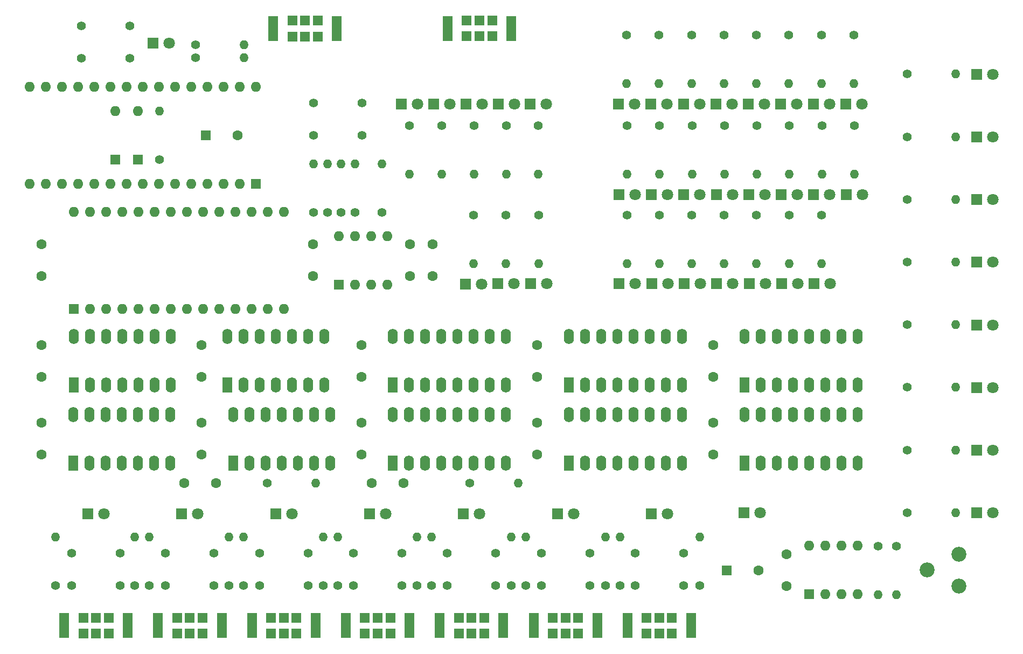
<source format=gbr>
%TF.GenerationSoftware,KiCad,Pcbnew,(5.1.9)-1*%
%TF.CreationDate,2023-03-04T14:05:39+01:00*%
%TF.ProjectId,plc14500,706c6331-3435-4303-902e-6b696361645f,rev?*%
%TF.SameCoordinates,Original*%
%TF.FileFunction,Soldermask,Top*%
%TF.FilePolarity,Negative*%
%FSLAX46Y46*%
G04 Gerber Fmt 4.6, Leading zero omitted, Abs format (unit mm)*
G04 Created by KiCad (PCBNEW (5.1.9)-1) date 2023-03-04 14:05:39*
%MOMM*%
%LPD*%
G01*
G04 APERTURE LIST*
%ADD10C,2.340000*%
%ADD11R,1.524000X4.000000*%
%ADD12R,1.524000X1.524000*%
%ADD13C,1.800000*%
%ADD14R,1.800000X1.800000*%
%ADD15C,1.600000*%
%ADD16R,1.600000X1.600000*%
%ADD17O,1.400000X1.400000*%
%ADD18C,1.400000*%
%ADD19O,1.600000X2.400000*%
%ADD20R,1.600000X2.400000*%
%ADD21O,1.600000X1.600000*%
%ADD22C,1.397000*%
G04 APERTURE END LIST*
D10*
%TO.C,RV1*%
X221800000Y-133660000D03*
X216800000Y-131160000D03*
X221800000Y-128660000D03*
%TD*%
D11*
%TO.C,S5*%
X91150000Y-139890000D03*
X81150000Y-139890000D03*
D12*
X88150000Y-138640000D03*
X86150000Y-138640000D03*
X84150000Y-138640000D03*
X88150000Y-141140000D03*
X86150000Y-141140000D03*
X84150000Y-141140000D03*
%TD*%
D11*
%TO.C,S6*%
X105905000Y-139890000D03*
X95905000Y-139890000D03*
D12*
X102905000Y-138640000D03*
X100905000Y-138640000D03*
X98905000Y-138640000D03*
X102905000Y-141140000D03*
X100905000Y-141140000D03*
X98905000Y-141140000D03*
%TD*%
D11*
%TO.C,S7*%
X120660000Y-139890000D03*
X110660000Y-139890000D03*
D12*
X117660000Y-138640000D03*
X115660000Y-138640000D03*
X113660000Y-138640000D03*
X117660000Y-141140000D03*
X115660000Y-141140000D03*
X113660000Y-141140000D03*
%TD*%
D11*
%TO.C,S8*%
X135415000Y-139890000D03*
X125415000Y-139890000D03*
D12*
X132415000Y-138640000D03*
X130415000Y-138640000D03*
X128415000Y-138640000D03*
X132415000Y-141140000D03*
X130415000Y-141140000D03*
X128415000Y-141140000D03*
%TD*%
D11*
%TO.C,S12*%
X150170000Y-139890000D03*
X140170000Y-139890000D03*
D12*
X147170000Y-138640000D03*
X145170000Y-138640000D03*
X143170000Y-138640000D03*
X147170000Y-141140000D03*
X145170000Y-141140000D03*
X143170000Y-141140000D03*
%TD*%
D11*
%TO.C,S13*%
X164925000Y-139890000D03*
X154925000Y-139890000D03*
D12*
X161925000Y-138640000D03*
X159925000Y-138640000D03*
X157925000Y-138640000D03*
X161925000Y-141140000D03*
X159925000Y-141140000D03*
X157925000Y-141140000D03*
%TD*%
D11*
%TO.C,S14*%
X179680000Y-139890000D03*
X169680000Y-139890000D03*
D12*
X176680000Y-138640000D03*
X174680000Y-138640000D03*
X172680000Y-138640000D03*
X176680000Y-141140000D03*
X174680000Y-141140000D03*
X172680000Y-141140000D03*
%TD*%
D11*
%TO.C,S16*%
X114010000Y-46130000D03*
X124010000Y-46130000D03*
D12*
X117010000Y-47380000D03*
X119010000Y-47380000D03*
X121010000Y-47380000D03*
X117010000Y-44880000D03*
X119010000Y-44880000D03*
X121010000Y-44880000D03*
%TD*%
D11*
%TO.C,S18*%
X141420000Y-46110000D03*
X151420000Y-46110000D03*
D12*
X144420000Y-47360000D03*
X146420000Y-47360000D03*
X148420000Y-47360000D03*
X144420000Y-44860000D03*
X146420000Y-44860000D03*
X148420000Y-44860000D03*
%TD*%
D13*
%TO.C,D49*%
X201560000Y-86214300D03*
D14*
X199020000Y-86214300D03*
%TD*%
D13*
%TO.C,D48*%
X196450000Y-86214300D03*
D14*
X193910000Y-86214300D03*
%TD*%
D13*
%TO.C,D47*%
X191340000Y-86214300D03*
D14*
X188800000Y-86214300D03*
%TD*%
D13*
%TO.C,D46*%
X186230000Y-86214300D03*
D14*
X183690000Y-86214300D03*
%TD*%
D13*
%TO.C,D45*%
X181120000Y-86214300D03*
D14*
X178580000Y-86214300D03*
%TD*%
D13*
%TO.C,D44*%
X176010000Y-86214300D03*
D14*
X173470000Y-86214300D03*
%TD*%
D13*
%TO.C,D43*%
X170900000Y-86214300D03*
D14*
X168360000Y-86214300D03*
%TD*%
D13*
%TO.C,D42*%
X157000000Y-86214300D03*
D14*
X154460000Y-86214300D03*
%TD*%
D13*
%TO.C,D41*%
X151860000Y-86214300D03*
D14*
X149320000Y-86214300D03*
%TD*%
D13*
%TO.C,D39*%
X146780000Y-86234300D03*
D14*
X144240000Y-86234300D03*
%TD*%
D13*
%TO.C,D38*%
X136690000Y-57980000D03*
D14*
X134150000Y-57980000D03*
%TD*%
D13*
%TO.C,D37*%
X206590000Y-72200000D03*
D14*
X204050000Y-72200000D03*
%TD*%
D13*
%TO.C,D36*%
X206520000Y-57980000D03*
D14*
X203980000Y-57980000D03*
%TD*%
D13*
%TO.C,D35*%
X201489000Y-72200000D03*
D14*
X198949000Y-72200000D03*
%TD*%
D13*
%TO.C,D34*%
X201419000Y-57980000D03*
D14*
X198879000Y-57980000D03*
%TD*%
D13*
%TO.C,D33*%
X156950000Y-57980000D03*
D14*
X154410000Y-57980000D03*
%TD*%
D13*
%TO.C,D32*%
X196387000Y-72200000D03*
D14*
X193847000Y-72200000D03*
%TD*%
D13*
%TO.C,D31*%
X196317000Y-57980000D03*
D14*
X193777000Y-57980000D03*
%TD*%
D13*
%TO.C,D30*%
X191286000Y-72200000D03*
D14*
X188746000Y-72200000D03*
%TD*%
D13*
%TO.C,D29*%
X191216000Y-57980000D03*
D14*
X188676000Y-57980000D03*
%TD*%
D13*
%TO.C,D28*%
X151885000Y-57980000D03*
D14*
X149345000Y-57980000D03*
%TD*%
D13*
%TO.C,D27*%
X186184000Y-72200000D03*
D14*
X183644000Y-72200000D03*
%TD*%
D13*
%TO.C,D26*%
X186114000Y-57980000D03*
D14*
X183574000Y-57980000D03*
%TD*%
D13*
%TO.C,D25*%
X181083000Y-72200000D03*
D14*
X178543000Y-72200000D03*
%TD*%
D13*
%TO.C,D24*%
X181013000Y-57980000D03*
D14*
X178473000Y-57980000D03*
%TD*%
D13*
%TO.C,D23*%
X175981000Y-72200000D03*
D14*
X173441000Y-72200000D03*
%TD*%
D13*
%TO.C,D22*%
X175911000Y-57980000D03*
D14*
X173371000Y-57980000D03*
%TD*%
D13*
%TO.C,D21*%
X170880000Y-72200000D03*
D14*
X168340000Y-72200000D03*
%TD*%
D13*
%TO.C,D20*%
X170810000Y-57980000D03*
D14*
X168270000Y-57980000D03*
%TD*%
D13*
%TO.C,D19*%
X146820000Y-57980000D03*
D14*
X144280000Y-57980000D03*
%TD*%
D13*
%TO.C,D18*%
X141755000Y-57980000D03*
D14*
X139215000Y-57980000D03*
%TD*%
D13*
%TO.C,D17*%
X97650000Y-48380000D03*
D14*
X95110000Y-48380000D03*
%TD*%
D13*
%TO.C,D16*%
X227120000Y-53350000D03*
D14*
X224580000Y-53350000D03*
%TD*%
D13*
%TO.C,D15*%
X227120000Y-63178600D03*
D14*
X224580000Y-63178600D03*
%TD*%
D13*
%TO.C,D14*%
X227120000Y-73007100D03*
D14*
X224580000Y-73007100D03*
%TD*%
D13*
%TO.C,D13*%
X227120000Y-82835700D03*
D14*
X224580000Y-82835700D03*
%TD*%
D13*
%TO.C,D12*%
X227120000Y-92664300D03*
D14*
X224580000Y-92664300D03*
%TD*%
D13*
%TO.C,D11*%
X227120000Y-102493000D03*
D14*
X224580000Y-102493000D03*
%TD*%
D13*
%TO.C,D10*%
X227120000Y-112321000D03*
D14*
X224580000Y-112321000D03*
%TD*%
D13*
%TO.C,D9*%
X227120000Y-122150000D03*
D14*
X224580000Y-122150000D03*
%TD*%
D13*
%TO.C,D8*%
X190500000Y-122150000D03*
D14*
X187960000Y-122150000D03*
%TD*%
D13*
%TO.C,D7*%
X175945000Y-122310000D03*
D14*
X173405000Y-122310000D03*
%TD*%
D13*
%TO.C,D6*%
X161190000Y-122310000D03*
D14*
X158650000Y-122310000D03*
%TD*%
D13*
%TO.C,D5*%
X146435000Y-122310000D03*
D14*
X143895000Y-122310000D03*
%TD*%
D13*
%TO.C,D4*%
X131680000Y-122310000D03*
D14*
X129140000Y-122310000D03*
%TD*%
D13*
%TO.C,D3*%
X116925000Y-122310000D03*
D14*
X114385000Y-122310000D03*
%TD*%
D13*
%TO.C,D2*%
X102170000Y-122310000D03*
D14*
X99630000Y-122310000D03*
%TD*%
D13*
%TO.C,D1*%
X87415000Y-122310000D03*
D14*
X84875000Y-122310000D03*
%TD*%
D15*
%TO.C,C3*%
X127871000Y-108030000D03*
X127871000Y-113030000D03*
%TD*%
%TO.C,C4*%
X190310000Y-131185000D03*
D16*
X185310000Y-131185000D03*
%TD*%
D15*
%TO.C,C5*%
X194670000Y-133685000D03*
X194670000Y-128685000D03*
%TD*%
%TO.C,C6*%
X183122000Y-113030000D03*
X183122000Y-108030000D03*
%TD*%
%TO.C,C7*%
X108370000Y-62940000D03*
D16*
X103370000Y-62940000D03*
%TD*%
D15*
%TO.C,C8*%
X155497000Y-100805000D03*
X155497000Y-95805000D03*
%TD*%
%TO.C,C9*%
X77620000Y-80025000D03*
X77620000Y-85025000D03*
%TD*%
%TO.C,C10*%
X120220000Y-85025000D03*
X120220000Y-80025000D03*
%TD*%
%TO.C,C11*%
X139020000Y-80025000D03*
X139020000Y-85025000D03*
%TD*%
%TO.C,C12*%
X135530000Y-80025000D03*
X135530000Y-85025000D03*
%TD*%
%TO.C,C13*%
X134510000Y-117510000D03*
X129510000Y-117510000D03*
%TD*%
%TO.C,C14*%
X183122000Y-95805000D03*
X183122000Y-100805000D03*
%TD*%
%TO.C,C15*%
X104980000Y-117510000D03*
X99980000Y-117510000D03*
%TD*%
%TO.C,C16*%
X127871000Y-100805000D03*
X127871000Y-95805000D03*
%TD*%
%TO.C,C17*%
X155497000Y-113030000D03*
X155497000Y-108030000D03*
%TD*%
D17*
%TO.C,R1*%
X92210000Y-125980000D03*
D18*
X92210000Y-133600000D03*
%TD*%
D17*
%TO.C,R2*%
X107018000Y-125980000D03*
D18*
X107018000Y-133600000D03*
%TD*%
D17*
%TO.C,R3*%
X121827000Y-125980000D03*
D18*
X121827000Y-133600000D03*
%TD*%
D17*
%TO.C,R4*%
X136635000Y-125980000D03*
D18*
X136635000Y-133600000D03*
%TD*%
D17*
%TO.C,R5*%
X79750000Y-125980000D03*
D18*
X79750000Y-133600000D03*
%TD*%
D17*
%TO.C,R6*%
X94541700Y-125980000D03*
D18*
X94541700Y-133600000D03*
%TD*%
D17*
%TO.C,R7*%
X109333000Y-125980000D03*
D18*
X109333000Y-133600000D03*
%TD*%
D17*
%TO.C,R8*%
X124125000Y-125980000D03*
D18*
X124125000Y-133600000D03*
%TD*%
D17*
%TO.C,R9*%
X151443000Y-125980000D03*
D18*
X151443000Y-133600000D03*
%TD*%
D17*
%TO.C,R10*%
X166252000Y-125980000D03*
D18*
X166252000Y-133600000D03*
%TD*%
D17*
%TO.C,R11*%
X181060000Y-125980000D03*
D18*
X181060000Y-133600000D03*
%TD*%
D17*
%TO.C,R12*%
X138917000Y-125980000D03*
D18*
X138917000Y-133600000D03*
%TD*%
D17*
%TO.C,R13*%
X153708000Y-125980000D03*
D18*
X153708000Y-133600000D03*
%TD*%
D17*
%TO.C,R14*%
X168500000Y-125980000D03*
D18*
X168500000Y-133600000D03*
%TD*%
D17*
%TO.C,R15*%
X211970000Y-134995000D03*
D18*
X211970000Y-127375000D03*
%TD*%
D17*
%TO.C,R16*%
X209060000Y-134995000D03*
D18*
X209060000Y-127375000D03*
%TD*%
D17*
%TO.C,R17*%
X221290000Y-122150000D03*
D18*
X213670000Y-122150000D03*
%TD*%
D17*
%TO.C,R18*%
X221290000Y-112311000D03*
D18*
X213670000Y-112311000D03*
%TD*%
D17*
%TO.C,R19*%
X221290000Y-102473000D03*
D18*
X213670000Y-102473000D03*
%TD*%
D17*
%TO.C,R20*%
X221290000Y-92634300D03*
D18*
X213670000Y-92634300D03*
%TD*%
D17*
%TO.C,R21*%
X221290000Y-82795700D03*
D18*
X213670000Y-82795700D03*
%TD*%
D17*
%TO.C,R23*%
X221290000Y-72957100D03*
D18*
X213670000Y-72957100D03*
%TD*%
D17*
%TO.C,R24*%
X221290000Y-63118600D03*
D18*
X213670000Y-63118600D03*
%TD*%
D17*
%TO.C,R25*%
X221280000Y-53280000D03*
D18*
X213660000Y-53280000D03*
%TD*%
D17*
%TO.C,R26*%
X109400000Y-48700000D03*
D18*
X101780000Y-48700000D03*
%TD*%
D17*
%TO.C,R27*%
X109420000Y-50710000D03*
D18*
X101800000Y-50710000D03*
%TD*%
D17*
%TO.C,R28*%
X140490000Y-68960000D03*
D18*
X140490000Y-61340000D03*
%TD*%
D17*
%TO.C,R29*%
X145555000Y-68960000D03*
D18*
X145555000Y-61340000D03*
%TD*%
D17*
%TO.C,R30*%
X120355000Y-67420000D03*
D18*
X120355000Y-75040000D03*
%TD*%
D17*
%TO.C,R31*%
X122510000Y-67420000D03*
D18*
X122510000Y-75040000D03*
%TD*%
D17*
%TO.C,R32*%
X169545000Y-54790000D03*
D18*
X169545000Y-47170000D03*
%TD*%
D17*
%TO.C,R33*%
X169615000Y-68960000D03*
D18*
X169615000Y-61340000D03*
%TD*%
D17*
%TO.C,R34*%
X174646000Y-54790000D03*
D18*
X174646000Y-47170000D03*
%TD*%
D17*
%TO.C,R35*%
X174716000Y-68960000D03*
D18*
X174716000Y-61340000D03*
%TD*%
D17*
%TO.C,R36*%
X179748000Y-54790000D03*
D18*
X179748000Y-47170000D03*
%TD*%
D17*
%TO.C,R37*%
X179818000Y-68960000D03*
D18*
X179818000Y-61340000D03*
%TD*%
D17*
%TO.C,R38*%
X184849000Y-54790000D03*
D18*
X184849000Y-47170000D03*
%TD*%
D17*
%TO.C,R39*%
X184919000Y-68960000D03*
D18*
X184919000Y-61340000D03*
%TD*%
D17*
%TO.C,R40*%
X150620000Y-68960000D03*
D18*
X150620000Y-61340000D03*
%TD*%
D17*
%TO.C,R41*%
X189951000Y-54790000D03*
D18*
X189951000Y-47170000D03*
%TD*%
D17*
%TO.C,R42*%
X190021000Y-68960000D03*
D18*
X190021000Y-61340000D03*
%TD*%
D17*
%TO.C,R43*%
X195052000Y-54790000D03*
D18*
X195052000Y-47170000D03*
%TD*%
D17*
%TO.C,R44*%
X195122000Y-68960000D03*
D18*
X195122000Y-61340000D03*
%TD*%
D17*
%TO.C,R45*%
X155685000Y-68960000D03*
D18*
X155685000Y-61340000D03*
%TD*%
D17*
%TO.C,R46*%
X200154000Y-54790000D03*
D18*
X200154000Y-47170000D03*
%TD*%
D17*
%TO.C,R47*%
X200224000Y-68960000D03*
D18*
X200224000Y-61340000D03*
%TD*%
D17*
%TO.C,R48*%
X205255000Y-54790000D03*
D18*
X205255000Y-47170000D03*
%TD*%
D17*
%TO.C,R49*%
X205325000Y-68960000D03*
D18*
X205325000Y-61340000D03*
%TD*%
D17*
%TO.C,R50*%
X124665000Y-67420000D03*
D18*
X124665000Y-75040000D03*
%TD*%
D17*
%TO.C,R51*%
X126820000Y-67420000D03*
D18*
X126820000Y-75040000D03*
%TD*%
D17*
%TO.C,R52*%
X135425000Y-68960000D03*
D18*
X135425000Y-61340000D03*
%TD*%
D17*
%TO.C,R53*%
X131130000Y-67420000D03*
D18*
X131130000Y-75040000D03*
%TD*%
D17*
%TO.C,R55*%
X145515000Y-83070000D03*
D18*
X145515000Y-75450000D03*
%TD*%
D17*
%TO.C,R57*%
X150595000Y-83050000D03*
D18*
X150595000Y-75430000D03*
%TD*%
D17*
%TO.C,R58*%
X155735000Y-83050000D03*
D18*
X155735000Y-75430000D03*
%TD*%
D17*
%TO.C,R59*%
X120670000Y-117510000D03*
D18*
X113050000Y-117510000D03*
%TD*%
D17*
%TO.C,R60*%
X169575000Y-83050000D03*
D18*
X169575000Y-75430000D03*
%TD*%
D17*
%TO.C,R61*%
X174674000Y-83050000D03*
D18*
X174674000Y-75430000D03*
%TD*%
D17*
%TO.C,R62*%
X179772000Y-83050000D03*
D18*
X179772000Y-75430000D03*
%TD*%
D17*
%TO.C,R63*%
X184871000Y-83050000D03*
D18*
X184871000Y-75430000D03*
%TD*%
D17*
%TO.C,R64*%
X189969000Y-83050000D03*
D18*
X189969000Y-75430000D03*
%TD*%
D17*
%TO.C,R65*%
X195068000Y-83050000D03*
D18*
X195068000Y-75430000D03*
%TD*%
D17*
%TO.C,R66*%
X200166000Y-83050000D03*
D18*
X200166000Y-75430000D03*
%TD*%
D19*
%TO.C,U2*%
X132809000Y-106735000D03*
X150589000Y-114355000D03*
X135349000Y-106735000D03*
X148049000Y-114355000D03*
X137889000Y-106735000D03*
X145509000Y-114355000D03*
X140429000Y-106735000D03*
X142969000Y-114355000D03*
X142969000Y-106735000D03*
X140429000Y-114355000D03*
X145509000Y-106735000D03*
X137889000Y-114355000D03*
X148049000Y-106735000D03*
X135349000Y-114355000D03*
X150589000Y-106735000D03*
D20*
X132809000Y-114355000D03*
%TD*%
D21*
%TO.C,U4*%
X198210000Y-127365000D03*
X205830000Y-134985000D03*
X200750000Y-127365000D03*
X203290000Y-134985000D03*
X203290000Y-127365000D03*
X200750000Y-134985000D03*
X205830000Y-127365000D03*
D16*
X198210000Y-134985000D03*
%TD*%
D19*
%TO.C,U5*%
X188060000Y-106735000D03*
X205840000Y-114355000D03*
X190600000Y-106735000D03*
X203300000Y-114355000D03*
X193140000Y-106735000D03*
X200760000Y-114355000D03*
X195680000Y-106735000D03*
X198220000Y-114355000D03*
X198220000Y-106735000D03*
X195680000Y-114355000D03*
X200760000Y-106735000D03*
X193140000Y-114355000D03*
X203300000Y-106735000D03*
X190600000Y-114355000D03*
X205840000Y-106735000D03*
D20*
X188060000Y-114355000D03*
%TD*%
D21*
%TO.C,U6*%
X75690000Y-55310000D03*
X75690000Y-70550000D03*
X111250000Y-55310000D03*
X78230000Y-70550000D03*
X108710000Y-55310000D03*
X80770000Y-70550000D03*
X106170000Y-55310000D03*
X83310000Y-70550000D03*
X103630000Y-55310000D03*
X85850000Y-70550000D03*
X101090000Y-55310000D03*
X88390000Y-70550000D03*
X98550000Y-55310000D03*
X90930000Y-70550000D03*
X96010000Y-55310000D03*
X93470000Y-70550000D03*
X93470000Y-55310000D03*
X96010000Y-70550000D03*
X90930000Y-55310000D03*
X98550000Y-70550000D03*
X88390000Y-55310000D03*
X101090000Y-70550000D03*
X85850000Y-55310000D03*
X103630000Y-70550000D03*
X83310000Y-55310000D03*
X106170000Y-70550000D03*
X80770000Y-55310000D03*
X108710000Y-70550000D03*
X78230000Y-55310000D03*
D16*
X111250000Y-70550000D03*
%TD*%
D19*
%TO.C,U7*%
X160434000Y-94510000D03*
X178214000Y-102130000D03*
X162974000Y-94510000D03*
X175674000Y-102130000D03*
X165514000Y-94510000D03*
X173134000Y-102130000D03*
X168054000Y-94510000D03*
X170594000Y-102130000D03*
X170594000Y-94510000D03*
X168054000Y-102130000D03*
X173134000Y-94510000D03*
X165514000Y-102130000D03*
X175674000Y-94510000D03*
X162974000Y-102130000D03*
X178214000Y-94510000D03*
D20*
X160434000Y-102130000D03*
%TD*%
D21*
%TO.C,U8*%
X82690000Y-74910000D03*
X115710000Y-90150000D03*
X85230000Y-74910000D03*
X113170000Y-90150000D03*
X87770000Y-74910000D03*
X110630000Y-90150000D03*
X90310000Y-74910000D03*
X108090000Y-90150000D03*
X92850000Y-74910000D03*
X105550000Y-90150000D03*
X95390000Y-74910000D03*
X103010000Y-90150000D03*
X97930000Y-74910000D03*
X100470000Y-90150000D03*
X100470000Y-74910000D03*
X97930000Y-90150000D03*
X103010000Y-74910000D03*
X95390000Y-90150000D03*
X105550000Y-74910000D03*
X92850000Y-90150000D03*
X108090000Y-74910000D03*
X90310000Y-90150000D03*
X110630000Y-74910000D03*
X87770000Y-90150000D03*
X113170000Y-74910000D03*
X85230000Y-90150000D03*
X115710000Y-74910000D03*
D16*
X82690000Y-90150000D03*
%TD*%
D21*
%TO.C,U9*%
X124350000Y-78705000D03*
X131970000Y-86325000D03*
X126890000Y-78705000D03*
X129430000Y-86325000D03*
X129430000Y-78705000D03*
X126890000Y-86325000D03*
X131970000Y-78705000D03*
D16*
X124350000Y-86325000D03*
%TD*%
D19*
%TO.C,U10*%
X188060000Y-94510000D03*
X205840000Y-102130000D03*
X190600000Y-94510000D03*
X203300000Y-102130000D03*
X193140000Y-94510000D03*
X200760000Y-102130000D03*
X195680000Y-94510000D03*
X198220000Y-102130000D03*
X198220000Y-94510000D03*
X195680000Y-102130000D03*
X200760000Y-94510000D03*
X193140000Y-102130000D03*
X203300000Y-94510000D03*
X190600000Y-102130000D03*
X205840000Y-94510000D03*
D20*
X188060000Y-102130000D03*
%TD*%
D19*
%TO.C,U13*%
X132809000Y-94510000D03*
X150589000Y-102130000D03*
X135349000Y-94510000D03*
X148049000Y-102130000D03*
X137889000Y-94510000D03*
X145509000Y-102130000D03*
X140429000Y-94510000D03*
X142969000Y-102130000D03*
X142969000Y-94510000D03*
X140429000Y-102130000D03*
X145509000Y-94510000D03*
X137889000Y-102130000D03*
X148049000Y-94510000D03*
X135349000Y-102130000D03*
X150589000Y-94510000D03*
D20*
X132809000Y-102130000D03*
%TD*%
D19*
%TO.C,U14*%
X160434000Y-106735000D03*
X178214000Y-114355000D03*
X162974000Y-106735000D03*
X175674000Y-114355000D03*
X165514000Y-106735000D03*
X173134000Y-114355000D03*
X168054000Y-106735000D03*
X170594000Y-114355000D03*
X170594000Y-106735000D03*
X168054000Y-114355000D03*
X173134000Y-106735000D03*
X165514000Y-114355000D03*
X175674000Y-106735000D03*
X162974000Y-114355000D03*
X178214000Y-106735000D03*
D20*
X160434000Y-114355000D03*
%TD*%
D15*
%TO.C,C1*%
X77620000Y-108030000D03*
X77620000Y-113030000D03*
%TD*%
%TO.C,C2*%
X102746000Y-108030000D03*
X102746000Y-113030000D03*
%TD*%
D19*
%TO.C,U1*%
X82557800Y-106735000D03*
X97797800Y-114355000D03*
X85097800Y-106735000D03*
X95257800Y-114355000D03*
X87637800Y-106735000D03*
X92717800Y-114355000D03*
X90177800Y-106735000D03*
X90177800Y-114355000D03*
X92717800Y-106735000D03*
X87637800Y-114355000D03*
X95257800Y-106735000D03*
X85097800Y-114355000D03*
X97797800Y-106735000D03*
D20*
X82557800Y-114355000D03*
%TD*%
D19*
%TO.C,U3*%
X107683000Y-106735000D03*
X122923000Y-114355000D03*
X110223000Y-106735000D03*
X120383000Y-114355000D03*
X112763000Y-106735000D03*
X117843000Y-114355000D03*
X115303000Y-106735000D03*
X115303000Y-114355000D03*
X117843000Y-106735000D03*
X112763000Y-114355000D03*
X120383000Y-106735000D03*
X110223000Y-114355000D03*
X122923000Y-106735000D03*
D20*
X107683000Y-114355000D03*
%TD*%
D15*
%TO.C,C18*%
X77620000Y-95805000D03*
X77620000Y-100805000D03*
%TD*%
%TO.C,C19*%
X102746000Y-95805000D03*
X102746000Y-100805000D03*
%TD*%
D19*
%TO.C,U11*%
X82690000Y-94510000D03*
X97930000Y-102130000D03*
X85230000Y-94510000D03*
X95390000Y-102130000D03*
X87770000Y-94510000D03*
X92850000Y-102130000D03*
X90310000Y-94510000D03*
X90310000Y-102130000D03*
X92850000Y-94510000D03*
X87770000Y-102130000D03*
X95390000Y-94510000D03*
X85230000Y-102130000D03*
X97930000Y-94510000D03*
D20*
X82690000Y-102130000D03*
%TD*%
D19*
%TO.C,U12*%
X106780000Y-94510000D03*
X122020000Y-102130000D03*
X109320000Y-94510000D03*
X119480000Y-102130000D03*
X111860000Y-94510000D03*
X116940000Y-102130000D03*
X114400000Y-94510000D03*
X114400000Y-102130000D03*
X116940000Y-94510000D03*
X111860000Y-102130000D03*
X119480000Y-94510000D03*
X109320000Y-102130000D03*
X122020000Y-94510000D03*
D20*
X106780000Y-102130000D03*
%TD*%
D21*
%TO.C,D40*%
X89185000Y-59130000D03*
D16*
X89185000Y-66750000D03*
%TD*%
D21*
%TO.C,D51*%
X92735000Y-59130000D03*
D16*
X92735000Y-66750000D03*
%TD*%
D17*
%TO.C,R54*%
X96085000Y-59130000D03*
D18*
X96085000Y-66750000D03*
%TD*%
D22*
%TO.C,S1*%
X82340000Y-133620000D03*
X82340000Y-128540000D03*
X89960000Y-133620000D03*
X89960000Y-128540000D03*
%TD*%
%TO.C,S2*%
X104715000Y-128540000D03*
X104715000Y-133620000D03*
X97095000Y-128540000D03*
X97095000Y-133620000D03*
%TD*%
%TO.C,S3*%
X119470000Y-128540000D03*
X119470000Y-133620000D03*
X111850000Y-128540000D03*
X111850000Y-133620000D03*
%TD*%
%TO.C,S4*%
X126605000Y-133620000D03*
X126605000Y-128540000D03*
X134225000Y-133620000D03*
X134225000Y-128540000D03*
%TD*%
%TO.C,S9*%
X141360000Y-133620000D03*
X141360000Y-128540000D03*
X148980000Y-133620000D03*
X148980000Y-128540000D03*
%TD*%
%TO.C,S10*%
X156115000Y-133620000D03*
X156115000Y-128540000D03*
X163735000Y-133620000D03*
X163735000Y-128540000D03*
%TD*%
%TO.C,S11*%
X170870000Y-133620000D03*
X170870000Y-128540000D03*
X178490000Y-133620000D03*
X178490000Y-128540000D03*
%TD*%
%TO.C,S15*%
X91460000Y-45690000D03*
X91460000Y-50770000D03*
X83840000Y-45690000D03*
X83840000Y-50770000D03*
%TD*%
%TO.C,S17*%
X127970000Y-57840000D03*
X127970000Y-62920000D03*
X120350000Y-57840000D03*
X120350000Y-62920000D03*
%TD*%
D18*
%TO.C,R22*%
X144930000Y-117490000D03*
D17*
X152550000Y-117490000D03*
%TD*%
M02*

</source>
